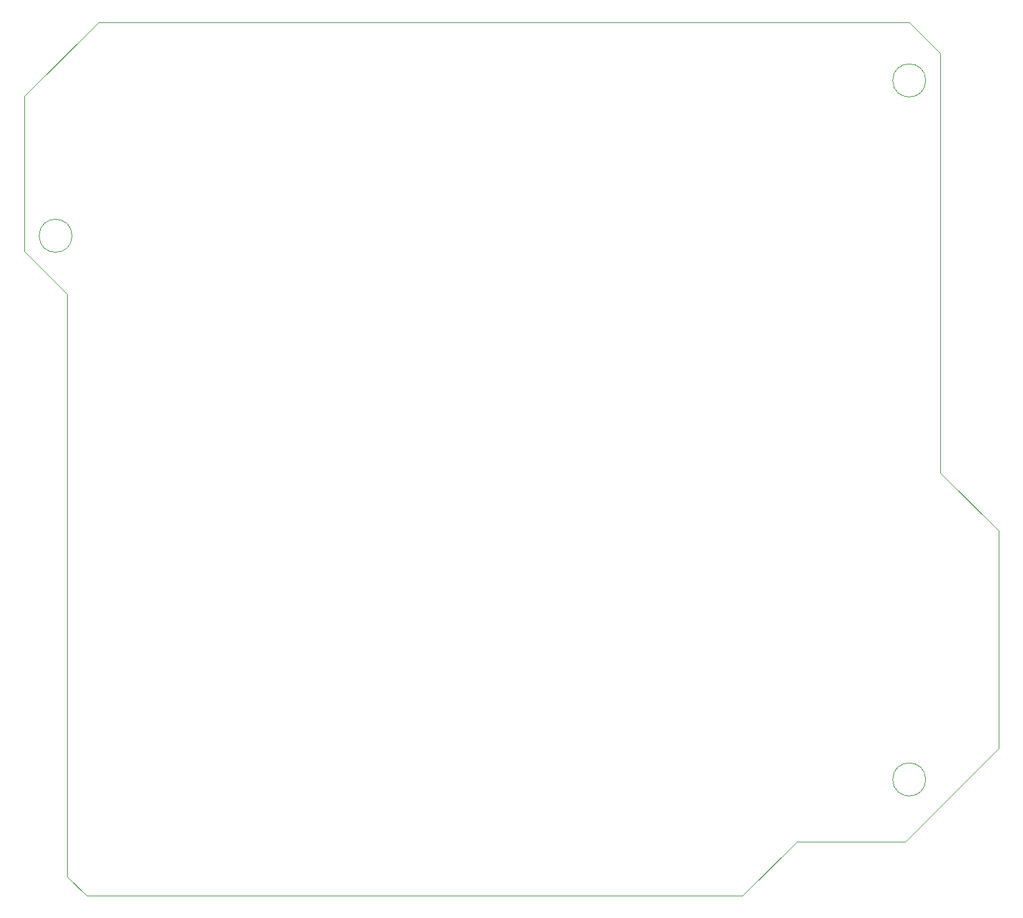
<source format=gbr>
%TF.GenerationSoftware,KiCad,Pcbnew,8.0.8-8.0.8-0~ubuntu24.04.1*%
%TF.CreationDate,2025-06-26T13:06:34-05:00*%
%TF.ProjectId,wasabi,77617361-6269-42e6-9b69-6361645f7063,rev?*%
%TF.SameCoordinates,Original*%
%TF.FileFunction,Profile,NP*%
%FSLAX46Y46*%
G04 Gerber Fmt 4.6, Leading zero omitted, Abs format (unit mm)*
G04 Created by KiCad (PCBNEW 8.0.8-8.0.8-0~ubuntu24.04.1) date 2025-06-26 13:06:34*
%MOMM*%
%LPD*%
G01*
G04 APERTURE LIST*
%TA.AperFunction,Profile*%
%ADD10C,0.050000*%
%TD*%
G04 APERTURE END LIST*
D10*
X165500000Y-158000000D02*
X176500000Y-158000000D01*
X184000000Y-56500000D02*
X180000000Y-52500000D01*
X72125000Y-80000000D02*
G75*
G02*
X67875000Y-80000000I-2125000J0D01*
G01*
X67875000Y-80000000D02*
G75*
G02*
X72125000Y-80000000I2125000J0D01*
G01*
X179500000Y-158000000D02*
X176500000Y-158000000D01*
X75500000Y-52500000D02*
X66000000Y-62000000D01*
X182125000Y-150000000D02*
G75*
G02*
X177875000Y-150000000I-2125000J0D01*
G01*
X177875000Y-150000000D02*
G75*
G02*
X182125000Y-150000000I2125000J0D01*
G01*
X184000000Y-56500000D02*
X184000000Y-110500000D01*
X191500000Y-118000000D02*
X191500000Y-146000000D01*
X71500000Y-162500000D02*
X74000000Y-165000000D01*
X180000000Y-52500000D02*
X75500000Y-52500000D01*
X191500000Y-146000000D02*
X179500000Y-158000000D01*
X184000000Y-110500000D02*
X191500000Y-118000000D01*
X74000000Y-165000000D02*
X158500000Y-165000000D01*
X71500000Y-87500000D02*
X71500000Y-162500000D01*
X66000000Y-82000000D02*
X71500000Y-87500000D01*
X66000000Y-82000000D02*
X66000000Y-62000000D01*
X182125000Y-60000000D02*
G75*
G02*
X177875000Y-60000000I-2125000J0D01*
G01*
X177875000Y-60000000D02*
G75*
G02*
X182125000Y-60000000I2125000J0D01*
G01*
X158500000Y-165000000D02*
X165500000Y-158000000D01*
M02*

</source>
